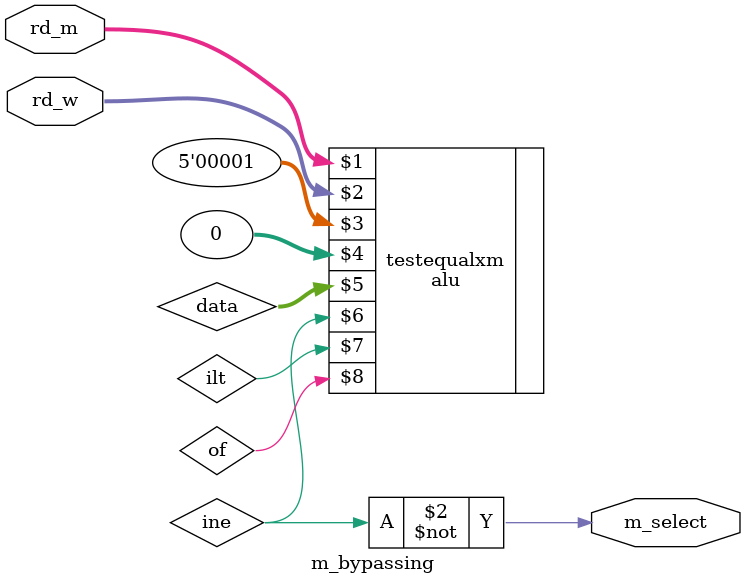
<source format=v>
module m_bypassing(rd_m, rd_w, m_select);
	input [4:0] rd_m, rd_w;
	output m_select;
	wire ine, ilt, of;
	wire [31:0] data;
	alu testequalxm(rd_m, rd_w, 5'b1, 0, data, ine, ilt, of);
	
	assign m_select = ~ine;

endmodule

</source>
